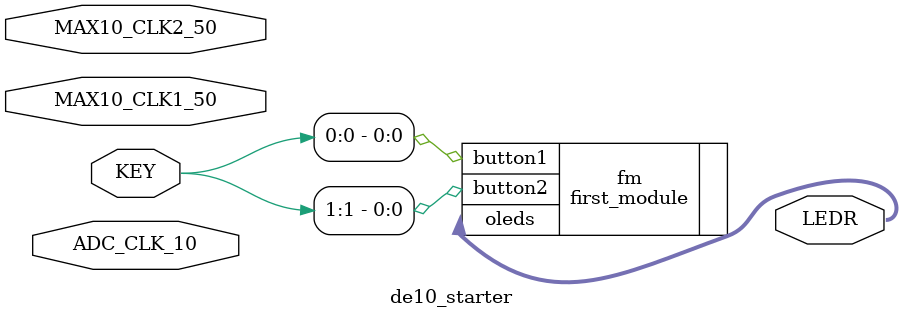
<source format=v>


module de10_starter(

	//////////// CLOCK //////////
	input 		          		ADC_CLK_10,
	input 		          		MAX10_CLK1_50,
	input 		          		MAX10_CLK2_50,

	//////////// KEY //////////
	input 		     [1:0]		KEY,

	//////////// LED //////////
	output		     [9:0]		LEDR
);



//=======================================================
//  REG/WIRE declarations
//=======================================================


//=======================================================
//  Structural coding
//=======================================================

    first_module fm (.button1(KEY[0]), .button2(KEY[1]), .oleds(LEDR));
endmodule

</source>
